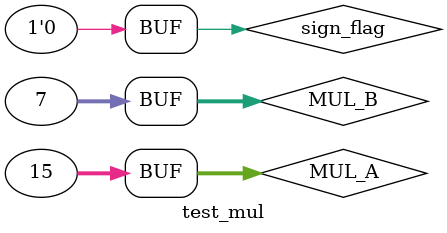
<source format=v>
`timescale 1ns / 1ps


module test_mul;
    reg sign_flag=0;
    reg [31:0] MUL_A,MUL_B;
    wire [31:0] MUL_HI,MUL_LO;
    initial begin
    sign_flag=1;//ÓÐ·ûºÅ
    MUL_A='hf;
    MUL_B='h7;
    #10 sign_flag=0;//ÎÞ·ûºÅ
    end
    MUL  MUL_1(
    .sign_flag(sign_flag),  //ÊÇ·ñÊÇÓÐ·ûºÅ³Ë·¨
    .A(MUL_A),              //ÊäÈëµÄ³ËÊýA
    .B(MUL_B),              //ÊäÈëµÄ³ËÊýB
    .HI(MUL_HI),            //¸ß32Î»½á¹û
    .LO(MUL_LO)             //µÍ32Î»½á¹û
    );
endmodule

</source>
